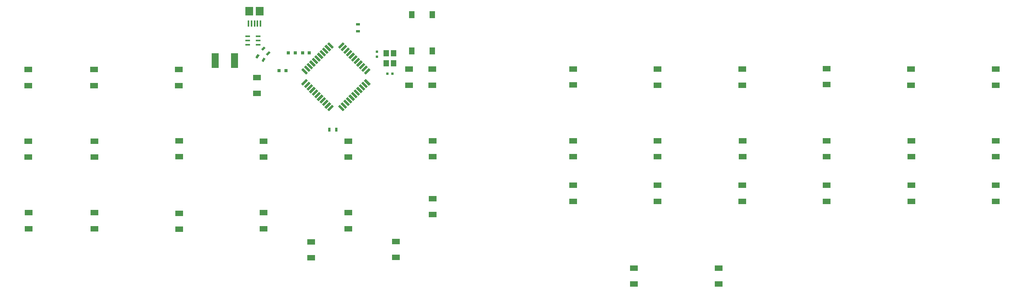
<source format=gbp>
G04 #@! TF.FileFunction,Paste,Bot*
%FSLAX46Y46*%
G04 Gerber Fmt 4.6, Leading zero omitted, Abs format (unit mm)*
G04 Created by KiCad (PCBNEW 4.0.5) date Saturday, July 01, 2017 'AMt' 12:52:34 AM*
%MOMM*%
%LPD*%
G01*
G04 APERTURE LIST*
%ADD10C,0.100000*%
%ADD11R,1.000000X0.400000*%
%ADD12R,1.150000X1.400000*%
%ADD13R,1.300000X1.550000*%
%ADD14R,0.800000X0.750000*%
%ADD15R,1.699260X1.300480*%
%ADD16R,0.500000X0.900000*%
%ADD17R,0.600000X0.500000*%
%ADD18R,0.500000X0.600000*%
%ADD19R,1.500000X3.200000*%
%ADD20R,0.900000X0.500000*%
%ADD21R,0.400000X1.350000*%
%ADD22R,1.800000X1.900000*%
G04 APERTURE END LIST*
D10*
D11*
X55400000Y-3100000D03*
X53100000Y-3100000D03*
X55400000Y-2150000D03*
X53100000Y-2150000D03*
X55400000Y-1200000D03*
X53100000Y-1200000D03*
D12*
X85000000Y-7150000D03*
X83400000Y-7150000D03*
X83400000Y-4950000D03*
X85000000Y-4950000D03*
D13*
X88970000Y3515000D03*
X93470000Y3515000D03*
X88970000Y-4435000D03*
X93470000Y-4435000D03*
D14*
X59950000Y-8800000D03*
X61450000Y-8800000D03*
X62000000Y-4850000D03*
X63500000Y-4850000D03*
X65090000Y-4850000D03*
X66590000Y-4850000D03*
D15*
X5100000Y-12050060D03*
X5100000Y-8549940D03*
X19500000Y-12050060D03*
X19500000Y-8549940D03*
X38000000Y-12050060D03*
X38000000Y-8549940D03*
X55100000Y-13750060D03*
X55100000Y-10249940D03*
X88400000Y-11950060D03*
X88400000Y-8449940D03*
X93500000Y-11950060D03*
X93500000Y-8449940D03*
X124300000Y-11900000D03*
X124300000Y-8399880D03*
X142800000Y-11950060D03*
X142800000Y-8449940D03*
X161300000Y-11950060D03*
X161300000Y-8449940D03*
X179800000Y-11850060D03*
X179800000Y-8349940D03*
X198200000Y-11950060D03*
X198200000Y-8449940D03*
X216800000Y-11950060D03*
X216800000Y-8449940D03*
X5100000Y-27750060D03*
X5100000Y-24249940D03*
X19600000Y-27750060D03*
X19600000Y-24249940D03*
X38100000Y-27650060D03*
X38100000Y-24149940D03*
X56600000Y-27750060D03*
X56600000Y-24249940D03*
X75100000Y-27750060D03*
X75100000Y-24249940D03*
X93600000Y-27650060D03*
X93600000Y-24149940D03*
X124300000Y-27650060D03*
X124300000Y-24149940D03*
X142800000Y-27650060D03*
X142800000Y-24149940D03*
X161380000Y-27650000D03*
X161380000Y-24149880D03*
X179800000Y-27650060D03*
X179800000Y-24149940D03*
X198300000Y-27650060D03*
X198300000Y-24149940D03*
X216800000Y-27650060D03*
X216800000Y-24149940D03*
X5200000Y-43450060D03*
X5200000Y-39949940D03*
X19600000Y-43450060D03*
X19600000Y-39949940D03*
X38100000Y-43550060D03*
X38100000Y-40049940D03*
X56600000Y-43450060D03*
X56600000Y-39949940D03*
X75100000Y-43450060D03*
X75100000Y-39949940D03*
X93600000Y-40350060D03*
X93600000Y-36849940D03*
X124300000Y-37450060D03*
X124300000Y-33949940D03*
X142800000Y-37450060D03*
X142800000Y-33949940D03*
X161300000Y-37450060D03*
X161300000Y-33949940D03*
X179800000Y-37450060D03*
X179800000Y-33949940D03*
X198300000Y-37450060D03*
X198300000Y-33949940D03*
X216800000Y-37450060D03*
X216800000Y-33949940D03*
X67000000Y-46349940D03*
X67000000Y-49850060D03*
X85500000Y-46249940D03*
X85500000Y-49750060D03*
X137620000Y-52099880D03*
X137620000Y-55600000D03*
X156110000Y-52089940D03*
X156110000Y-55590060D03*
D10*
G36*
X58084975Y-4838579D02*
X57448579Y-5474975D01*
X57095025Y-5121421D01*
X57731421Y-4485025D01*
X58084975Y-4838579D01*
X58084975Y-4838579D01*
G37*
G36*
X57024315Y-3777919D02*
X56387919Y-4414315D01*
X56034365Y-4060761D01*
X56670761Y-3424365D01*
X57024315Y-3777919D01*
X57024315Y-3777919D01*
G37*
G36*
X54808975Y-5899711D02*
X55258975Y-5120289D01*
X55691987Y-5370289D01*
X55241987Y-6149711D01*
X54808975Y-5899711D01*
X54808975Y-5899711D01*
G37*
G36*
X56108013Y-6649711D02*
X56558013Y-5870289D01*
X56991025Y-6120289D01*
X56541025Y-6899711D01*
X56108013Y-6649711D01*
X56108013Y-6649711D01*
G37*
G36*
X64816280Y-8562042D02*
X65205188Y-8173134D01*
X66265848Y-9233794D01*
X65876940Y-9622702D01*
X64816280Y-8562042D01*
X64816280Y-8562042D01*
G37*
G36*
X65381966Y-7996357D02*
X65770874Y-7607449D01*
X66831534Y-8668109D01*
X66442626Y-9057017D01*
X65381966Y-7996357D01*
X65381966Y-7996357D01*
G37*
G36*
X65947651Y-7430672D02*
X66336559Y-7041764D01*
X67397219Y-8102424D01*
X67008311Y-8491332D01*
X65947651Y-7430672D01*
X65947651Y-7430672D01*
G37*
G36*
X66513336Y-6864986D02*
X66902244Y-6476078D01*
X67962904Y-7536738D01*
X67573996Y-7925646D01*
X66513336Y-6864986D01*
X66513336Y-6864986D01*
G37*
G36*
X67079022Y-6299301D02*
X67467930Y-5910393D01*
X68528590Y-6971053D01*
X68139682Y-7359961D01*
X67079022Y-6299301D01*
X67079022Y-6299301D01*
G37*
G36*
X67644707Y-5733615D02*
X68033615Y-5344707D01*
X69094275Y-6405367D01*
X68705367Y-6794275D01*
X67644707Y-5733615D01*
X67644707Y-5733615D01*
G37*
G36*
X68210393Y-5167930D02*
X68599301Y-4779022D01*
X69659961Y-5839682D01*
X69271053Y-6228590D01*
X68210393Y-5167930D01*
X68210393Y-5167930D01*
G37*
G36*
X68776078Y-4602244D02*
X69164986Y-4213336D01*
X70225646Y-5273996D01*
X69836738Y-5662904D01*
X68776078Y-4602244D01*
X68776078Y-4602244D01*
G37*
G36*
X69341764Y-4036559D02*
X69730672Y-3647651D01*
X70791332Y-4708311D01*
X70402424Y-5097219D01*
X69341764Y-4036559D01*
X69341764Y-4036559D01*
G37*
G36*
X69907449Y-3470874D02*
X70296357Y-3081966D01*
X71357017Y-4142626D01*
X70968109Y-4531534D01*
X69907449Y-3470874D01*
X69907449Y-3470874D01*
G37*
G36*
X70473134Y-2905188D02*
X70862042Y-2516280D01*
X71922702Y-3576940D01*
X71533794Y-3965848D01*
X70473134Y-2905188D01*
X70473134Y-2905188D01*
G37*
G36*
X73937958Y-2516280D02*
X74326866Y-2905188D01*
X73266206Y-3965848D01*
X72877298Y-3576940D01*
X73937958Y-2516280D01*
X73937958Y-2516280D01*
G37*
G36*
X74503643Y-3081966D02*
X74892551Y-3470874D01*
X73831891Y-4531534D01*
X73442983Y-4142626D01*
X74503643Y-3081966D01*
X74503643Y-3081966D01*
G37*
G36*
X75069328Y-3647651D02*
X75458236Y-4036559D01*
X74397576Y-5097219D01*
X74008668Y-4708311D01*
X75069328Y-3647651D01*
X75069328Y-3647651D01*
G37*
G36*
X75635014Y-4213336D02*
X76023922Y-4602244D01*
X74963262Y-5662904D01*
X74574354Y-5273996D01*
X75635014Y-4213336D01*
X75635014Y-4213336D01*
G37*
G36*
X76200699Y-4779022D02*
X76589607Y-5167930D01*
X75528947Y-6228590D01*
X75140039Y-5839682D01*
X76200699Y-4779022D01*
X76200699Y-4779022D01*
G37*
G36*
X76766385Y-5344707D02*
X77155293Y-5733615D01*
X76094633Y-6794275D01*
X75705725Y-6405367D01*
X76766385Y-5344707D01*
X76766385Y-5344707D01*
G37*
G36*
X77332070Y-5910393D02*
X77720978Y-6299301D01*
X76660318Y-7359961D01*
X76271410Y-6971053D01*
X77332070Y-5910393D01*
X77332070Y-5910393D01*
G37*
G36*
X77897756Y-6476078D02*
X78286664Y-6864986D01*
X77226004Y-7925646D01*
X76837096Y-7536738D01*
X77897756Y-6476078D01*
X77897756Y-6476078D01*
G37*
G36*
X78463441Y-7041764D02*
X78852349Y-7430672D01*
X77791689Y-8491332D01*
X77402781Y-8102424D01*
X78463441Y-7041764D01*
X78463441Y-7041764D01*
G37*
G36*
X79029126Y-7607449D02*
X79418034Y-7996357D01*
X78357374Y-9057017D01*
X77968466Y-8668109D01*
X79029126Y-7607449D01*
X79029126Y-7607449D01*
G37*
G36*
X79594812Y-8173134D02*
X79983720Y-8562042D01*
X78923060Y-9622702D01*
X78534152Y-9233794D01*
X79594812Y-8173134D01*
X79594812Y-8173134D01*
G37*
G36*
X78534152Y-10966206D02*
X78923060Y-10577298D01*
X79983720Y-11637958D01*
X79594812Y-12026866D01*
X78534152Y-10966206D01*
X78534152Y-10966206D01*
G37*
G36*
X77968466Y-11531891D02*
X78357374Y-11142983D01*
X79418034Y-12203643D01*
X79029126Y-12592551D01*
X77968466Y-11531891D01*
X77968466Y-11531891D01*
G37*
G36*
X77402781Y-12097576D02*
X77791689Y-11708668D01*
X78852349Y-12769328D01*
X78463441Y-13158236D01*
X77402781Y-12097576D01*
X77402781Y-12097576D01*
G37*
G36*
X76837096Y-12663262D02*
X77226004Y-12274354D01*
X78286664Y-13335014D01*
X77897756Y-13723922D01*
X76837096Y-12663262D01*
X76837096Y-12663262D01*
G37*
G36*
X76271410Y-13228947D02*
X76660318Y-12840039D01*
X77720978Y-13900699D01*
X77332070Y-14289607D01*
X76271410Y-13228947D01*
X76271410Y-13228947D01*
G37*
G36*
X75705725Y-13794633D02*
X76094633Y-13405725D01*
X77155293Y-14466385D01*
X76766385Y-14855293D01*
X75705725Y-13794633D01*
X75705725Y-13794633D01*
G37*
G36*
X75140039Y-14360318D02*
X75528947Y-13971410D01*
X76589607Y-15032070D01*
X76200699Y-15420978D01*
X75140039Y-14360318D01*
X75140039Y-14360318D01*
G37*
G36*
X74574354Y-14926004D02*
X74963262Y-14537096D01*
X76023922Y-15597756D01*
X75635014Y-15986664D01*
X74574354Y-14926004D01*
X74574354Y-14926004D01*
G37*
G36*
X74008668Y-15491689D02*
X74397576Y-15102781D01*
X75458236Y-16163441D01*
X75069328Y-16552349D01*
X74008668Y-15491689D01*
X74008668Y-15491689D01*
G37*
G36*
X73442983Y-16057374D02*
X73831891Y-15668466D01*
X74892551Y-16729126D01*
X74503643Y-17118034D01*
X73442983Y-16057374D01*
X73442983Y-16057374D01*
G37*
G36*
X72877298Y-16623060D02*
X73266206Y-16234152D01*
X74326866Y-17294812D01*
X73937958Y-17683720D01*
X72877298Y-16623060D01*
X72877298Y-16623060D01*
G37*
G36*
X71533794Y-16234152D02*
X71922702Y-16623060D01*
X70862042Y-17683720D01*
X70473134Y-17294812D01*
X71533794Y-16234152D01*
X71533794Y-16234152D01*
G37*
G36*
X70968109Y-15668466D02*
X71357017Y-16057374D01*
X70296357Y-17118034D01*
X69907449Y-16729126D01*
X70968109Y-15668466D01*
X70968109Y-15668466D01*
G37*
G36*
X70402424Y-15102781D02*
X70791332Y-15491689D01*
X69730672Y-16552349D01*
X69341764Y-16163441D01*
X70402424Y-15102781D01*
X70402424Y-15102781D01*
G37*
G36*
X69836738Y-14537096D02*
X70225646Y-14926004D01*
X69164986Y-15986664D01*
X68776078Y-15597756D01*
X69836738Y-14537096D01*
X69836738Y-14537096D01*
G37*
G36*
X69271053Y-13971410D02*
X69659961Y-14360318D01*
X68599301Y-15420978D01*
X68210393Y-15032070D01*
X69271053Y-13971410D01*
X69271053Y-13971410D01*
G37*
G36*
X68705367Y-13405725D02*
X69094275Y-13794633D01*
X68033615Y-14855293D01*
X67644707Y-14466385D01*
X68705367Y-13405725D01*
X68705367Y-13405725D01*
G37*
G36*
X68139682Y-12840039D02*
X68528590Y-13228947D01*
X67467930Y-14289607D01*
X67079022Y-13900699D01*
X68139682Y-12840039D01*
X68139682Y-12840039D01*
G37*
G36*
X67573996Y-12274354D02*
X67962904Y-12663262D01*
X66902244Y-13723922D01*
X66513336Y-13335014D01*
X67573996Y-12274354D01*
X67573996Y-12274354D01*
G37*
G36*
X67008311Y-11708668D02*
X67397219Y-12097576D01*
X66336559Y-13158236D01*
X65947651Y-12769328D01*
X67008311Y-11708668D01*
X67008311Y-11708668D01*
G37*
G36*
X66442626Y-11142983D02*
X66831534Y-11531891D01*
X65770874Y-12592551D01*
X65381966Y-12203643D01*
X66442626Y-11142983D01*
X66442626Y-11142983D01*
G37*
G36*
X65876940Y-10577298D02*
X66265848Y-10966206D01*
X65205188Y-12026866D01*
X64816280Y-11637958D01*
X65876940Y-10577298D01*
X65876940Y-10577298D01*
G37*
D16*
X72450000Y-21700000D03*
X70950000Y-21700000D03*
D17*
X83700000Y-9450000D03*
X84800000Y-9450000D03*
D18*
X81350000Y-4600000D03*
X81350000Y-5700000D03*
D19*
X46000000Y-6600000D03*
X50200000Y-6600000D03*
D20*
X77260000Y1410000D03*
X77260000Y-90000D03*
D21*
X54610000Y1575000D03*
X53960000Y1575000D03*
X55260000Y1575000D03*
X53310000Y1575000D03*
X55910000Y1575000D03*
D22*
X53460000Y4250000D03*
X55760000Y4250000D03*
M02*

</source>
